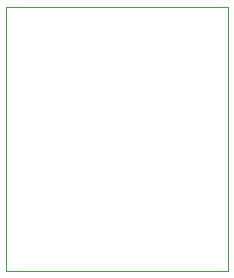
<source format=gbr>
%TF.GenerationSoftware,KiCad,Pcbnew,(6.0.0)*%
%TF.CreationDate,2022-04-20T12:25:39-04:00*%
%TF.ProjectId,7_seg,375f7365-672e-46b6-9963-61645f706362,rev?*%
%TF.SameCoordinates,Original*%
%TF.FileFunction,Profile,NP*%
%FSLAX46Y46*%
G04 Gerber Fmt 4.6, Leading zero omitted, Abs format (unit mm)*
G04 Created by KiCad (PCBNEW (6.0.0)) date 2022-04-20 12:25:39*
%MOMM*%
%LPD*%
G01*
G04 APERTURE LIST*
%TA.AperFunction,Profile*%
%ADD10C,0.100000*%
%TD*%
G04 APERTURE END LIST*
D10*
X132588000Y-73406000D02*
X113792000Y-73406000D01*
X132588000Y-95758000D02*
X132588000Y-73406000D01*
X113792000Y-95758000D02*
X132588000Y-95758000D01*
X113792000Y-73406000D02*
X113792000Y-95758000D01*
M02*

</source>
